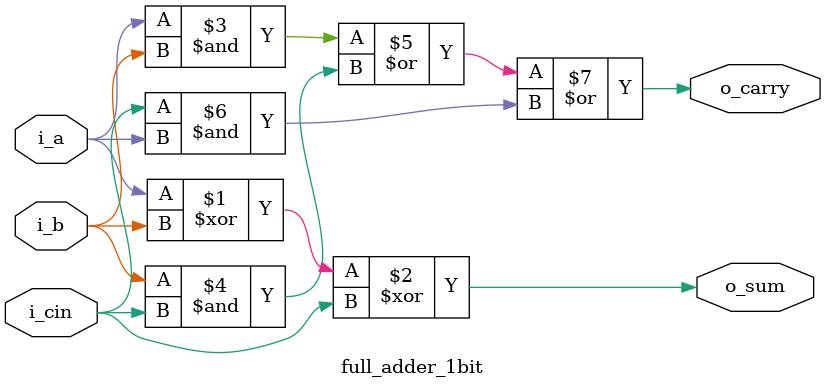
<source format=v>
module full_adder_1bit(
                      i_a     ,  //input 
                      i_b     ,  //input 
                      i_cin   ,  //input 
                      o_sum   ,  //output 
                      o_carry    //output 
                      )       ;

//Port declaration

input i_a ,i_b ,i_cin ;    
output o_sum ,o_carry ;

//sum and carry expression for full adder  
assign o_sum   = i_a ^ i_b ^ i_cin                             ;//xor operation

assign o_carry = (i_a & i_b) | (i_b & i_cin) | (i_cin & i_a)   ;
  
endmodule
</source>
